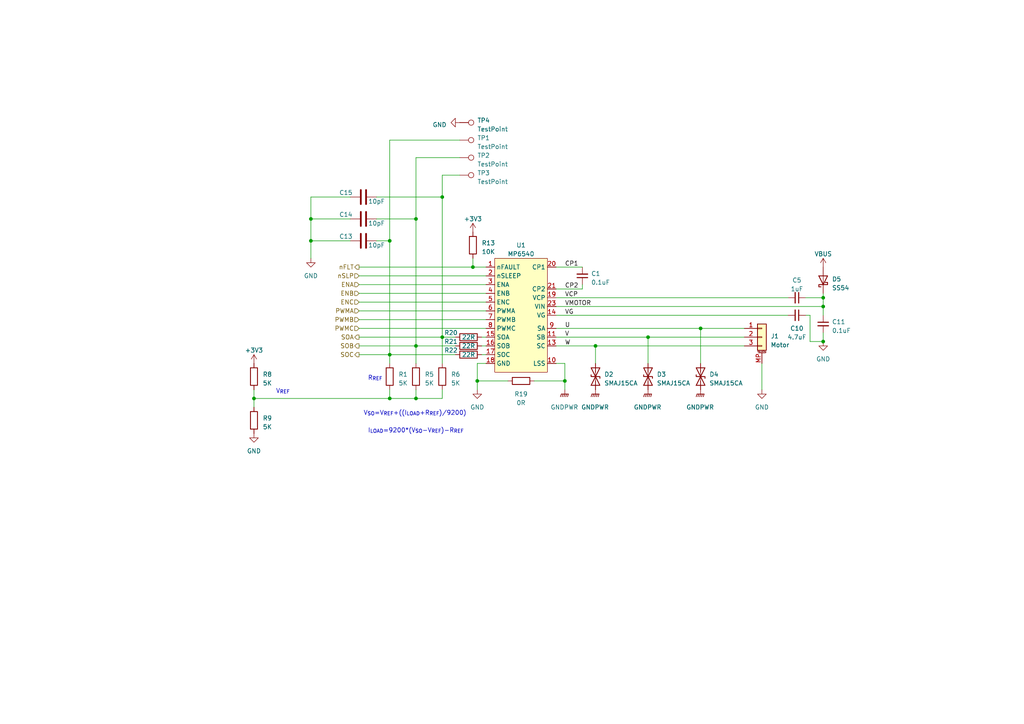
<source format=kicad_sch>
(kicad_sch (version 20230121) (generator eeschema)
  (paper "A4")
  (title_block (title "cwFOC/Driver") (date "2023-03-19") (rev "1.0") (company "Akako Industry") (comment 1 "赤紫绮") (comment 2 "赤紫绮") (comment 3 "赤紫绮"))
  (lib_symbols
    (symbol "Connector:TestPoint" (pin_numbers hide) (pin_names (offset 0.762) hide)
      (property "Reference" "TP" (at 0 6.858 0))
      (property "Value" "TestPoint" (at 0 5.08 0))
      (symbol "TestPoint_0_1"
        (circle (center 0 3.302) (radius 0.762))
      )
      (symbol "TestPoint_1_1"
        (pin passive line (at 0 0 90) (length 2.54) (name "1") (number "1"))
      )
    )
    (symbol "Connector_Generic_MountingPin:Conn_01x03_MountingPin" (pin_names (offset 1.016) hide)
      (property "Reference" "J" (at 0 5.08 0))
      (property "Value" "Conn_01x03_MountingPin" (at 1.27 -5.08 0))
      (symbol "Conn_01x03_MountingPin_1_1"
        (rectangle (start -1.27 -2.413) (end 0 -2.667) (stroke (width 0.1524)))
        (rectangle (start -1.27 0.127) (end 0 -0.127) (stroke (width 0.1524)))
        (rectangle (start -1.27 2.667) (end 0 2.413) (stroke (width 0.1524)))
        (rectangle (start -1.27 3.81) (end 1.27 -3.81) (stroke (width 0.254)) (fill (type background)))
        (polyline (pts (xy -1.016 -4.572) (xy 1.016 -4.572)) (stroke (width 0.1524)))
        (text "Mounting" (at 0 -4.191 0) (effects (font (size 0.381 0.381))))
        (pin passive line (at -5.08 2.54 0) (length 3.81) (name "Pin_1") (number "1"))
        (pin passive line (at -5.08 0 0) (length 3.81) (name "Pin_2") (number "2"))
        (pin passive line (at -5.08 -2.54 0) (length 3.81) (name "Pin_3") (number "3"))
        (pin passive line (at 0 -7.62 90) (length 3.048) (name "MountPin") (number "MP"))
      )
    )
    (symbol "Device:C" (pin_numbers hide) (pin_names (offset 0.254))
      (property "Reference" "C" (at 0.635 2.54 0))
      (property "Value" "C" (at 0.635 -2.54 0))
      (symbol "C_0_1"
        (polyline (pts (xy -2.032 -0.762) (xy 2.032 -0.762)) (stroke (width 0.508)))
        (polyline (pts (xy -2.032 0.762) (xy 2.032 0.762)) (stroke (width 0.508)))
      )
      (symbol "C_1_1"
        (pin passive line (at 0 3.81 270) (length 2.794) (name "~") (number "1"))
        (pin passive line (at 0 -3.81 90) (length 2.794) (name "~") (number "2"))
      )
    )
    (symbol "Device:C_Small" (pin_numbers hide) (pin_names (offset 0.254) hide)
      (property "Reference" "C" (at 0.254 1.778 0))
      (property "Value" "C_Small" (at 0.254 -2.032 0))
      (symbol "C_Small_0_1"
        (polyline (pts (xy -1.524 -0.508) (xy 1.524 -0.508)) (stroke (width 0.3302)))
        (polyline (pts (xy -1.524 0.508) (xy 1.524 0.508)) (stroke (width 0.3048)))
      )
      (symbol "C_Small_1_1"
        (pin passive line (at 0 2.54 270) (length 2.032) (name "~") (number "1"))
        (pin passive line (at 0 -2.54 90) (length 2.032) (name "~") (number "2"))
      )
    )
    (symbol "Device:D_Schottky" (pin_numbers hide) (pin_names (offset 1.016) hide)
      (property "Reference" "D" (at 0 2.54 0))
      (property "Value" "D_Schottky" (at 0 -2.54 0))
      (symbol "D_Schottky_0_1"
        (polyline (pts (xy 1.27 0) (xy -1.27 0)))
        (polyline (pts (xy 1.27 1.27) (xy 1.27 -1.27) (xy -1.27 0) (xy 1.27 1.27)) (stroke (width 0.254)))
        (polyline (pts (xy -1.905 0.635) (xy -1.905 1.27) (xy -1.27 1.27) (xy -1.27 -1.27) (xy -0.635 -1.27) (xy -0.635 -0.635)) (stroke (width 0.254)))
      )
      (symbol "D_Schottky_1_1"
        (pin passive line (at -3.81 0 0) (length 2.54) (name "K") (number "1"))
        (pin passive line (at 3.81 0 180) (length 2.54) (name "A") (number "2"))
      )
    )
    (symbol "Device:D_TVS" (pin_numbers hide) (pin_names (offset 1.016) hide)
      (property "Reference" "D" (at 0 2.54 0))
      (property "Value" "D_TVS" (at 0 -2.54 0))
      (symbol "D_TVS_0_1"
        (polyline (pts (xy 1.27 0) (xy -1.27 0)))
        (polyline (pts (xy 0.508 1.27) (xy 0 1.27) (xy 0 -1.27) (xy -0.508 -1.27)) (stroke (width 0.254)))
        (polyline (pts (xy -2.54 1.27) (xy -2.54 -1.27) (xy 2.54 1.27) (xy 2.54 -1.27) (xy -2.54 1.27)) (stroke (width 0.254)))
      )
      (symbol "D_TVS_1_1"
        (pin passive line (at -3.81 0 0) (length 2.54) (name "A1") (number "1"))
        (pin passive line (at 3.81 0 180) (length 2.54) (name "A2") (number "2"))
      )
    )
    (symbol "Device:R" (pin_numbers hide) (pin_names (offset 0))
      (property "Reference" "R" (at 2.032 0 90))
      (property "Value" "R" (at 0 0 90))
      (symbol "R_0_1"
        (rectangle (start -1.016 -2.54) (end 1.016 2.54) (stroke (width 0.254)))
      )
      (symbol "R_1_1"
        (pin passive line (at 0 3.81 270) (length 1.27) (name "~") (number "1"))
        (pin passive line (at 0 -3.81 90) (length 1.27) (name "~") (number "2"))
      )
    )
    (symbol "myLib:MP6540"
      (property "Reference" "U" (at 1.27 20.32 0))
      (property "Value" "MP6540" (at 1.27 17.78 0))
      (symbol "MP6540_0_1"
        (rectangle (start -6.35 16.51) (end 8.89 -16.51) (fill (type background)))
      )
      (symbol "MP6540_1_0"
        (pin power_in line (at 11.43 -13.97 180) (length 2.54) (name "LSS") (number "10"))
        (pin output line (at 11.43 -6.35 180) (length 2.54) (name "SB") (number "11"))
        (pin power_in line (at 11.43 -13.97 180) (length 2.54) hide (name "LSS") (number "12"))
        (pin output line (at 11.43 -8.89 180) (length 2.54) (name "SC") (number "13"))
        (pin passive line (at 11.43 0 180) (length 2.54) (name "VG") (number "14"))
        (pin output line (at -8.89 -6.35 0) (length 2.54) (name "SOA") (number "15"))
        (pin output line (at -8.89 -8.89 0) (length 2.54) (name "SOB") (number "16"))
        (pin output line (at -8.89 -11.43 0) (length 2.54) (name "SOC") (number "17"))
        (pin power_in line (at -8.89 -13.97 0) (length 2.54) (name "GND") (number "18"))
        (pin passive line (at 11.43 5.08 180) (length 2.54) (name "VCP") (number "19"))
        (pin passive line (at 11.43 13.97 180) (length 2.54) (name "CP1") (number "20"))
        (pin passive line (at 11.43 7.62 180) (length 2.54) (name "CP2") (number "21"))
        (pin output line (at 11.43 -8.89 180) (length 2.54) hide (name "SC") (number "22"))
        (pin power_in line (at 11.43 2.54 180) (length 2.54) (name "VIN") (number "23"))
        (pin output line (at 11.43 -6.35 180) (length 2.54) hide (name "SB") (number "24"))
        (pin power_in line (at 11.43 2.54 180) (length 2.54) hide (name "VIN") (number "25"))
        (pin output line (at 11.43 -3.81 180) (length 2.54) hide (name "SA") (number "26"))
        (pin input line (at -8.89 -1.27 0) (length 2.54) (name "PWMB") (number "7"))
        (pin input line (at -8.89 -3.81 0) (length 2.54) (name "PWMC") (number "8"))
        (pin output line (at 11.43 -3.81 180) (length 2.54) (name "SA") (number "9"))
      )
      (symbol "MP6540_1_1"
        (pin output line (at -8.89 13.97 0) (length 2.54) (name "nFAULT") (number "1"))
        (pin input line (at -8.89 11.43 0) (length 2.54) (name "nSLEEP") (number "2"))
        (pin input line (at -8.89 8.89 0) (length 2.54) (name "ENA") (number "3"))
        (pin input line (at -8.89 6.35 0) (length 2.54) (name "ENB") (number "4"))
        (pin input line (at -8.89 3.81 0) (length 2.54) (name "ENC") (number "5"))
        (pin input line (at -8.89 1.27 0) (length 2.54) (name "PWMA") (number "6"))
      )
    )
    (symbol "power:+3V3" (power) (pin_names (offset 0))
      (property "Value" "+3V3" (at 0 3.556 0))
      (symbol "+3V3_0_1"
        (polyline (pts (xy -0.762 1.27) (xy 0 2.54)))
        (polyline (pts (xy 0 0) (xy 0 2.54)))
        (polyline (pts (xy 0 2.54) (xy 0.762 1.27)))
      )
      (symbol "+3V3_1_1"
        (pin power_in line (at 0 0 90) (length 0) hide (name "+3V3") (number "1"))
      )
    )
    (symbol "power:GND" (power) (pin_names (offset 0))
      (property "Value" "GND" (at 0 -3.81 0))
      (symbol "GND_0_1"
        (polyline (pts (xy 0 0) (xy 0 -1.27) (xy 1.27 -1.27) (xy 0 -2.54) (xy -1.27 -1.27) (xy 0 -1.27)))
      )
      (symbol "GND_1_1"
        (pin power_in line (at 0 0 270) (length 0) hide (name "GND") (number "1"))
      )
    )
    (symbol "power:GNDPWR" (power) (pin_names (offset 0))
      (property "Value" "GNDPWR" (at 0 -3.302 0))
      (symbol "GNDPWR_0_1"
        (polyline (pts (xy 0 -1.27) (xy 0 0)))
        (polyline (pts (xy -1.016 -1.27) (xy -1.27 -2.032) (xy -1.27 -2.032)) (stroke (width 0.2032)))
        (polyline (pts (xy -0.508 -1.27) (xy -0.762 -2.032) (xy -0.762 -2.032)) (stroke (width 0.2032)))
        (polyline (pts (xy 0 -1.27) (xy -0.254 -2.032) (xy -0.254 -2.032)) (stroke (width 0.2032)))
        (polyline (pts (xy 0.508 -1.27) (xy 0.254 -2.032) (xy 0.254 -2.032)) (stroke (width 0.2032)))
        (polyline (pts (xy 1.016 -1.27) (xy -1.016 -1.27) (xy -1.016 -1.27)) (stroke (width 0.2032)))
        (polyline (pts (xy 1.016 -1.27) (xy 0.762 -2.032) (xy 0.762 -2.032) (xy 0.762 -2.032)) (stroke (width 0.2032)))
      )
      (symbol "GNDPWR_1_1"
        (pin power_in line (at 0 0 270) (length 0) hide (name "GNDPWR") (number "1"))
      )
    )
    (symbol "power:VBUS" (power) (pin_names (offset 0))
      (property "Value" "VBUS" (at 0 3.81 0))
      (symbol "VBUS_0_1"
        (polyline (pts (xy -0.762 1.27) (xy 0 2.54)))
        (polyline (pts (xy 0 0) (xy 0 2.54)))
        (polyline (pts (xy 0 2.54) (xy 0.762 1.27)))
      )
      (symbol "VBUS_1_1"
        (pin power_in line (at 0 0 90) (length 0) hide (name "VBUS") (number "1"))
      )
    )
  )
  (junction (at 113.03 102.87))
  (junction (at 238.76 88.9))
  (junction (at 90.17 69.85))
  (junction (at 238.76 86.36))
  (junction (at 128.27 57.15))
  (junction (at 90.17 63.5))
  (junction (at 172.72 100.33))
  (junction (at 138.43 110.49))
  (junction (at 137.16 77.47))
  (junction (at 73.66 115.57))
  (junction (at 120.65 63.5))
  (junction (at 120.65 100.33))
  (junction (at 163.83 110.49))
  (junction (at 238.76 99.06))
  (junction (at 203.2 95.25))
  (junction (at 113.03 115.57))
  (junction (at 187.96 97.79))
  (junction (at 120.65 115.57))
  (junction (at 113.03 69.85))
  (junction (at 128.27 97.79))
  (wire (pts (xy 90.17 69.85) (xy 101.6 69.85)))
  (wire (pts (xy 140.97 105.41) (xy 138.43 105.41)))
  (wire (pts (xy 128.27 57.15) (xy 128.27 97.79)))
  (wire (pts (xy 128.27 97.79) (xy 128.27 105.41)))
  (wire (pts (xy 104.14 80.01) (xy 140.97 80.01)))
  (wire (pts (xy 154.94 110.49) (xy 163.83 110.49)))
  (wire (pts (xy 238.76 88.9) (xy 238.76 86.36)))
  (wire (pts (xy 215.9 100.33) (xy 172.72 100.33)))
  (wire (pts (xy 101.6 57.15) (xy 90.17 57.15)))
  (wire (pts (xy 161.29 105.41) (xy 163.83 105.41)))
  (wire (pts (xy 104.14 87.63) (xy 140.97 87.63)))
  (wire (pts (xy 161.29 83.82) (xy 168.91 83.82)))
  (wire (pts (xy 104.14 90.17) (xy 140.97 90.17)))
  (wire (pts (xy 128.27 97.79) (xy 132.08 97.79)))
  (wire (pts (xy 161.29 100.33) (xy 172.72 100.33)))
  (wire (pts (xy 139.7 97.79) (xy 140.97 97.79)))
  (wire (pts (xy 113.03 40.64) (xy 113.03 69.85)))
  (wire (pts (xy 109.22 57.15) (xy 128.27 57.15)))
  (wire (pts (xy 73.66 115.57) (xy 73.66 118.11)))
  (wire (pts (xy 104.14 100.33) (xy 120.65 100.33)))
  (wire (pts (xy 133.35 40.64) (xy 113.03 40.64)))
  (wire (pts (xy 163.83 110.49) (xy 163.83 113.03)))
  (wire (pts (xy 113.03 102.87) (xy 132.08 102.87)))
  (wire (pts (xy 161.29 88.9) (xy 238.76 88.9)))
  (wire (pts (xy 238.76 99.06) (xy 238.76 96.52)))
  (wire (pts (xy 104.14 95.25) (xy 140.97 95.25)))
  (wire (pts (xy 203.2 95.25) (xy 203.2 105.41)))
  (wire (pts (xy 238.76 91.44) (xy 238.76 88.9)))
  (wire (pts (xy 73.66 115.57) (xy 73.66 113.03)))
  (wire (pts (xy 233.68 91.44) (xy 234.95 91.44)))
  (wire (pts (xy 133.35 50.8) (xy 128.27 50.8)))
  (wire (pts (xy 161.29 86.36) (xy 228.6 86.36)))
  (wire (pts (xy 161.29 95.25) (xy 203.2 95.25)))
  (wire (pts (xy 137.16 77.47) (xy 140.97 77.47)))
  (wire (pts (xy 238.76 85.09) (xy 238.76 86.36)))
  (wire (pts (xy 90.17 63.5) (xy 101.6 63.5)))
  (wire (pts (xy 90.17 63.5) (xy 90.17 69.85)))
  (wire (pts (xy 139.7 100.33) (xy 140.97 100.33)))
  (wire (pts (xy 215.9 95.25) (xy 203.2 95.25)))
  (wire (pts (xy 161.29 77.47) (xy 168.91 77.47)))
  (wire (pts (xy 163.83 105.41) (xy 163.83 110.49)))
  (wire (pts (xy 128.27 50.8) (xy 128.27 57.15)))
  (wire (pts (xy 109.22 63.5) (xy 120.65 63.5)))
  (wire (pts (xy 138.43 110.49) (xy 147.32 110.49)))
  (wire (pts (xy 104.14 77.47) (xy 137.16 77.47)))
  (wire (pts (xy 113.03 102.87) (xy 113.03 105.41)))
  (wire (pts (xy 137.16 74.93) (xy 137.16 77.47)))
  (wire (pts (xy 128.27 115.57) (xy 128.27 113.03)))
  (wire (pts (xy 104.14 92.71) (xy 140.97 92.71)))
  (wire (pts (xy 113.03 115.57) (xy 120.65 115.57)))
  (wire (pts (xy 234.95 99.06) (xy 238.76 99.06)))
  (wire (pts (xy 172.72 100.33) (xy 172.72 105.41)))
  (wire (pts (xy 120.65 45.72) (xy 120.65 63.5)))
  (wire (pts (xy 113.03 113.03) (xy 113.03 115.57)))
  (wire (pts (xy 187.96 97.79) (xy 187.96 105.41)))
  (wire (pts (xy 90.17 69.85) (xy 90.17 74.93)))
  (wire (pts (xy 73.66 115.57) (xy 113.03 115.57)))
  (wire (pts (xy 138.43 110.49) (xy 138.43 113.03)))
  (wire (pts (xy 161.29 97.79) (xy 187.96 97.79)))
  (wire (pts (xy 120.65 100.33) (xy 132.08 100.33)))
  (wire (pts (xy 238.76 86.36) (xy 233.68 86.36)))
  (wire (pts (xy 120.65 115.57) (xy 120.65 113.03)))
  (wire (pts (xy 109.22 69.85) (xy 113.03 69.85)))
  (wire (pts (xy 113.03 69.85) (xy 113.03 102.87)))
  (wire (pts (xy 120.65 63.5) (xy 120.65 100.33)))
  (wire (pts (xy 133.35 45.72) (xy 120.65 45.72)))
  (wire (pts (xy 120.65 115.57) (xy 128.27 115.57)))
  (wire (pts (xy 138.43 105.41) (xy 138.43 110.49)))
  (wire (pts (xy 139.7 102.87) (xy 140.97 102.87)))
  (wire (pts (xy 168.91 83.82) (xy 168.91 82.55)))
  (wire (pts (xy 120.65 100.33) (xy 120.65 105.41)))
  (wire (pts (xy 104.14 102.87) (xy 113.03 102.87)))
  (wire (pts (xy 215.9 97.79) (xy 187.96 97.79)))
  (wire (pts (xy 220.98 105.41) (xy 220.98 113.03)))
  (wire (pts (xy 161.29 91.44) (xy 228.6 91.44)))
  (wire (pts (xy 234.95 91.44) (xy 234.95 99.06)))
  (wire (pts (xy 104.14 97.79) (xy 128.27 97.79)))
  (wire (pts (xy 90.17 57.15) (xy 90.17 63.5)))
  (wire (pts (xy 104.14 82.55) (xy 140.97 82.55)))
  (wire (pts (xy 104.14 85.09) (xy 140.97 85.09)))
  (text "V_{REF}" (at 80.01 114.3 0) (effects (font (size 1.27 1.27)) (justify left bottom)))
  (text "V_{SO}=V_{REF}+((I_{LOAD}+R_{REF})/9200)" (at 105.41 120.65 0) (effects (font (size 1.27 1.27)) (justify left bottom)))
  (text "R_{REF}" (at 106.68 110.49 0) (effects (font (size 1.27 1.27)) (justify left bottom)))
  (text "I_{LOAD}=9200*(V_{SO}-V_{REF})-R_{REF}" (at 106.68 125.73 0) (effects (font (size 1.27 1.27)) (justify left bottom)))
  (label "VCP" (at 163.83 86.36 0))
  (label "CP2" (at 163.83 83.82 0))
  (label "W" (at 163.83 100.33 0))
  (label "U" (at 163.83 95.25 0))
  (label "VMOTOR" (at 163.83 88.9 0))
  (label "V" (at 163.83 97.79 0))
  (label "CP1" (at 163.83 77.47 0))
  (label "VG" (at 163.83 91.44 0))
  (hierarchical_label "nSLP" (shape input) (at 104.14 80.01 180))
  (hierarchical_label "PWMC" (shape input) (at 104.14 95.25 180))
  (hierarchical_label "SOA" (shape output) (at 104.14 97.79 180))
  (hierarchical_label "PWMB" (shape input) (at 104.14 92.71 180))
  (hierarchical_label "SOB" (shape output) (at 104.14 100.33 180))
  (hierarchical_label "PWMA" (shape input) (at 104.14 90.17 180))
  (hierarchical_label "SOC" (shape output) (at 104.14 102.87 180))
  (hierarchical_label "ENB" (shape input) (at 104.14 85.09 180))
  (hierarchical_label "nFLT" (shape output) (at 104.14 77.47 180))
  (hierarchical_label "ENA" (shape input) (at 104.14 82.55 180))
  (hierarchical_label "ENC" (shape input) (at 104.14 87.63 180))
  (symbol (lib_id "Device:D_Schottky") (at 238.76 81.28 90) (unit 1)
    (property "Reference" "D5" (at 241.3 80.9625 90) (effects (justify right)))
    (property "Value" "SS54" (at 241.3 83.5025 90) (effects (justify right)))
    (property "Footprint" "Diode_SMD:D_SMB" (effects hide))
  )
  (symbol (lib_id "Device:R") (at 137.16 71.12 0) (unit 1)
    (property "Reference" "R13" (at 139.7 70.485 0) (effects (justify left)))
    (property "Value" "10K" (at 139.7 73.025 0) (effects (justify left)))
    (property "Footprint" "myDevice:0603_R" (effects hide))
  )
  (symbol (lib_id "power:GND") (at 220.98 113.03 0) (unit 1)
    (property "Reference" "#PWR028" (effects hide))
    (property "Value" "GND" (at 220.98 118.11 0))
    (instances (project "cwFOC" (path "" (reference "#PWR028") (unit 1)) (path "" (reference "#PWR01") (unit 1))))
  )
  (symbol (lib_id "Device:C") (at 105.41 69.85 90) (unit 1)
    (property "Reference" "C13" (at 100.33 68.58 90))
    (property "Value" "10pF" (at 109.22 71.12 90))
    (property "Footprint" "myDevice:0603_C" (effects hide))
  )
  (symbol (lib_id "Connector:TestPoint") (at 133.35 35.56 270) (unit 1)
    (property "Reference" "TP4" (at 138.43 34.925 90) (effects (justify left)))
    (property "Value" "TestPoint" (at 138.43 37.465 90) (effects (justify left)))
    (property "Footprint" "TestPoint:TestPoint_Pad_D1.0mm" (effects hide))
  )
  (symbol (lib_id "power:+3V3") (at 137.16 67.31 0) (unit 1)
    (property "Reference" "#PWR047" (effects hide))
    (property "Value" "+3V3" (at 137.16 63.5 0))
  )
  (symbol (lib_id "Connector:TestPoint") (at 133.35 40.64 270) (unit 1)
    (property "Reference" "TP1" (at 138.43 40.005 90) (effects (justify left)))
    (property "Value" "TestPoint" (at 138.43 42.545 90) (effects (justify left)))
    (property "Footprint" "TestPoint:TestPoint_Pad_D1.0mm" (effects hide))
  )
  (symbol (lib_id "Device:R") (at 128.27 109.22 0) (unit 1)
    (property "Reference" "R6" (at 130.81 108.585 0) (effects (justify left)))
    (property "Value" "5K" (at 130.81 111.125 0) (effects (justify left)))
    (property "Footprint" "myDevice:0603_R" (effects hide))
  )
  (symbol (lib_id "Device:D_TVS") (at 187.96 109.22 90) (unit 1)
    (property "Reference" "D3" (at 190.5 108.585 90) (effects (justify right)))
    (property "Value" "SMAJ15CA" (at 190.5 111.125 90) (effects (justify right)))
    (property "Footprint" "Diode_SMD:D_SMA" (effects hide))
  )
  (symbol (lib_id "power:GNDPWR") (at 163.83 113.03 0) (unit 1)
    (property "Reference" "#PWR031" (effects hide))
    (property "Value" "GNDPWR" (at 163.703 118.11 0))
    (instances (project "cwFOC" (path "" (reference "#PWR031") (unit 1)) (path "" (reference "#PWR049") (unit 1))))
  )
  (symbol (lib_id "power:GNDPWR") (at 203.2 113.03 0) (unit 1)
    (property "Reference" "#PWR031" (effects hide))
    (property "Value" "GNDPWR" (at 203.073 118.11 0))
    (instances (project "cwFOC" (path "" (reference "#PWR031") (unit 1)) (path "" (reference "#PWR054") (unit 1))))
  )
  (symbol (lib_id "Device:D_TVS") (at 172.72 109.22 90) (unit 1)
    (property "Reference" "D2" (at 175.26 108.585 90) (effects (justify right)))
    (property "Value" "SMAJ15CA" (at 175.26 111.125 90) (effects (justify right)))
    (property "Footprint" "Diode_SMD:D_SMA" (effects hide))
  )
  (symbol (lib_id "Device:R") (at 73.66 109.22 0) (unit 1)
    (property "Reference" "R8" (at 76.2 108.585 0) (effects (justify left)))
    (property "Value" "5K" (at 76.2 111.125 0) (effects (justify left)))
    (property "Footprint" "myDevice:0603_R" (effects hide))
  )
  (symbol (lib_id "power:VBUS") (at 238.76 77.47 0) (unit 1)
    (property "Reference" "#PWR08" (effects hide))
    (property "Value" "VBUS" (at 238.76 73.66 0))
  )
  (symbol (lib_id "Device:C_Small") (at 231.14 91.44 270) (unit 1)
    (property "Reference" "C10" (at 231.1336 95.25 90))
    (property "Value" "4.7uF" (at 231.1336 97.79 90))
    (property "Footprint" "myDevice:0603_C" (effects hide))
  )
  (symbol (lib_id "Device:C_Small") (at 238.76 93.98 0) (unit 1)
    (property "Reference" "C11" (at 241.3 93.3513 0) (effects (justify left)))
    (property "Value" "0.1uF" (at 241.3 95.8913 0) (effects (justify left)))
    (property "Footprint" "myDevice:0603_C" (effects hide))
  )
  (symbol (lib_id "Device:R") (at 113.03 109.22 0) (unit 1)
    (property "Reference" "R1" (at 115.57 108.585 0) (effects (justify left)))
    (property "Value" "5K" (at 115.57 111.125 0) (effects (justify left)))
    (property "Footprint" "myDevice:0603_R" (effects hide))
  )
  (symbol (lib_id "power:GND") (at 138.43 113.03 0) (unit 1)
    (property "Reference" "#PWR028" (effects hide))
    (property "Value" "GND" (at 138.43 118.11 0))
    (instances (project "cwFOC" (path "" (reference "#PWR028") (unit 1)) (path "" (reference "#PWR050") (unit 1))))
  )
  (symbol (lib_id "Device:C_Small") (at 231.14 86.36 270) (unit 1)
    (property "Reference" "C5" (at 231.1336 81.28 90))
    (property "Value" "1uF" (at 231.1336 83.82 90))
    (property "Footprint" "myDevice:0603_C" (effects hide))
  )
  (symbol (lib_id "power:GNDPWR") (at 172.72 113.03 0) (unit 1)
    (property "Reference" "#PWR031" (effects hide))
    (property "Value" "GNDPWR" (at 172.593 118.11 0))
    (instances (project "cwFOC" (path "" (reference "#PWR031") (unit 1)) (path "" (reference "#PWR052") (unit 1))))
  )
  (symbol (lib_id "power:GNDPWR") (at 187.96 113.03 0) (unit 1)
    (property "Reference" "#PWR031" (effects hide))
    (property "Value" "GNDPWR" (at 187.833 118.11 0))
    (instances (project "cwFOC" (path "" (reference "#PWR031") (unit 1)) (path "" (reference "#PWR053") (unit 1))))
  )
  (symbol (lib_id "Device:C") (at 105.41 63.5 90) (unit 1)
    (property "Reference" "C14" (at 100.33 62.23 90))
    (property "Value" "10pF" (at 109.22 64.77 90))
    (property "Footprint" "myDevice:0603_C" (effects hide))
  )
  (symbol (lib_id "Device:R") (at 135.89 100.33 90) (unit 1)
    (property "Reference" "R21" (at 130.81 99.06 90))
    (property "Value" "22R" (at 135.89 100.33 90))
    (property "Footprint" "myDevice:0603_R" (effects hide))
  )
  (symbol (lib_id "Device:R") (at 151.13 110.49 90) (unit 1)
    (property "Reference" "R19" (at 151.13 114.3 90))
    (property "Value" "0R" (at 151.13 116.84 90))
    (property "Footprint" "myDevice:0603_R" (effects hide))
  )
  (symbol (lib_id "power:GND") (at 90.17 74.93 0) (unit 1)
    (property "Reference" "#PWR051" (effects hide))
    (property "Value" "GND" (at 90.17 80.01 0))
  )
  (symbol (lib_id "Device:D_TVS") (at 203.2 109.22 90) (unit 1)
    (property "Reference" "D4" (at 205.74 108.585 90) (effects (justify right)))
    (property "Value" "SMAJ15CA" (at 205.74 111.125 90) (effects (justify right)))
    (property "Footprint" "Diode_SMD:D_SMA" (effects hide))
  )
  (symbol (lib_id "power:GND") (at 238.76 99.06 0) (unit 1)
    (property "Reference" "#PWR01" (effects hide))
    (property "Value" "GND" (at 238.76 104.14 0))
    (instances (project "cwFOC" (path "" (reference "#PWR01") (unit 1)) (path "" (reference "#PWR04") (unit 1))))
  )
  (symbol (lib_id "power:GND") (at 73.66 125.73 0) (unit 1)
    (property "Reference" "#PWR017" (effects hide))
    (property "Value" "GND" (at 73.66 130.81 0))
  )
  (symbol (lib_id "power:GND") (at 133.35 35.56 270) (unit 1)
    (property "Reference" "#PWR015" (effects hide))
    (property "Value" "GND" (at 129.54 36.195 90) (effects (justify right)))
  )
  (symbol (lib_id "Connector_Generic_MountingPin:Conn_01x03_MountingPin") (at 220.98 97.79 0) (unit 1)
    (property "Reference" "J1" (at 223.52 97.5106 0) (effects (justify left)))
    (property "Value" "Motor" (at 223.52 100.0506 0) (effects (justify left)))
    (property "Footprint" "Connector_JST:JST_SH_BM03B-SRSS-TB_1x03-1MP_P1.00mm_Vertical" (effects hide))
  )
  (symbol (lib_id "Device:R") (at 135.89 102.87 90) (unit 1)
    (property "Reference" "R22" (at 130.81 101.6 90))
    (property "Value" "22R" (at 135.89 102.87 90))
    (property "Footprint" "myDevice:0603_R" (effects hide))
  )
  (symbol (lib_id "Device:R") (at 120.65 109.22 0) (unit 1)
    (property "Reference" "R5" (at 123.19 108.585 0) (effects (justify left)))
    (property "Value" "5K" (at 123.19 111.125 0) (effects (justify left)))
    (property "Footprint" "myDevice:0603_R" (effects hide))
  )
  (symbol (lib_id "myLib:MP6540") (at 149.86 91.44 0) (unit 1)
    (property "Reference" "U1" (at 151.13 71.12 0))
    (property "Value" "MP6540" (at 151.13 73.66 0))
    (property "Footprint" "myLib:QFN-26(5x5)" (effects hide))
  )
  (symbol (lib_id "Device:R") (at 73.66 121.92 0) (unit 1)
    (property "Reference" "R9" (at 76.2 121.285 0) (effects (justify left)))
    (property "Value" "5K" (at 76.2 123.825 0) (effects (justify left)))
    (property "Footprint" "myDevice:0603_R" (effects hide))
  )
  (symbol (lib_id "Connector:TestPoint") (at 133.35 50.8 270) (unit 1)
    (property "Reference" "TP3" (at 138.43 50.165 90) (effects (justify left)))
    (property "Value" "TestPoint" (at 138.43 52.705 90) (effects (justify left)))
    (property "Footprint" "TestPoint:TestPoint_Pad_D1.0mm" (effects hide))
  )
  (symbol (lib_id "Device:C_Small") (at 168.91 80.01 180) (unit 1)
    (property "Reference" "C1" (at 171.45 79.3686 0) (effects (justify right)))
    (property "Value" "0.1uF" (at 171.45 81.9086 0) (effects (justify right)))
    (property "Footprint" "myDevice:0603_C" (effects hide))
  )
  (symbol (lib_id "Device:R") (at 135.89 97.79 90) (unit 1)
    (property "Reference" "R20" (at 130.81 96.52 90))
    (property "Value" "22R" (at 135.89 97.79 90))
    (property "Footprint" "myDevice:0603_R" (effects hide))
  )
  (symbol (lib_id "Device:C") (at 105.41 57.15 90) (unit 1)
    (property "Reference" "C15" (at 100.33 55.88 90))
    (property "Value" "10pF" (at 109.22 58.42 90))
    (property "Footprint" "myDevice:0603_C" (effects hide))
  )
  (symbol (lib_id "Connector:TestPoint") (at 133.35 45.72 270) (unit 1)
    (property "Reference" "TP2" (at 138.43 45.085 90) (effects (justify left)))
    (property "Value" "TestPoint" (at 138.43 47.625 90) (effects (justify left)))
    (property "Footprint" "TestPoint:TestPoint_Pad_D1.0mm" (effects hide))
  )
  (symbol (lib_id "power:+3V3") (at 73.66 105.41 0) (unit 1)
    (property "Reference" "#PWR024" (effects hide))
    (property "Value" "+3V3" (at 73.66 101.6 0))
  )
)
</source>
